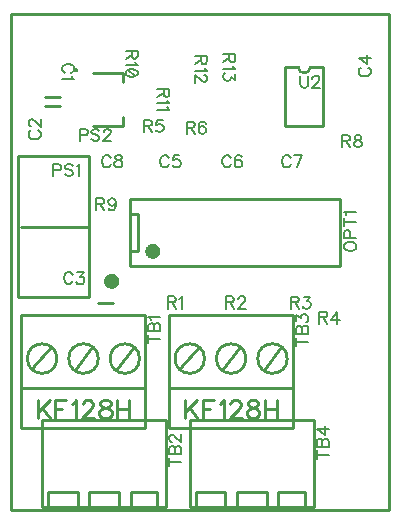
<source format=gbr>
G04 DipTrace 4.0.0.2*
G04 TopSilk.gbr*
%MOIN*%
G04 #@! TF.FileFunction,Legend,Top*
G04 #@! TF.Part,Single*
%ADD10C,0.009843*%
%ADD49C,0.006176*%
%ADD50C,0.009264*%
%FSLAX26Y26*%
G04*
G70*
G90*
G75*
G01*
G04 TopSilk*
%LPD*%
X556774Y1771191D2*
D10*
X505632Y1771189D1*
X505628Y1741211D2*
X556770Y1741212D1*
X734232Y1082656D2*
X683091D1*
X393701Y2047244D2*
Y393701D1*
X1653543D1*
Y2047244D1*
X393701D1*
X1491732Y1206585D2*
Y1431585D1*
X791732D1*
Y1206585D1*
X1491732D1*
X816732Y1256585D2*
Y1381585D1*
X791732D1*
Y1256585D1*
X816732D1*
G36*
X891732D2*
X891518Y1253322D1*
X890880Y1250114D1*
X889829Y1247018D1*
X888383Y1244085D1*
X886566Y1241366D1*
X884410Y1238907D1*
X881952Y1236751D1*
X879233Y1234935D1*
X876300Y1233488D1*
X873203Y1232437D1*
X869996Y1231799D1*
X866733Y1231585D1*
X863470Y1231799D1*
X860263Y1232437D1*
X857166Y1233488D1*
X854233Y1234935D1*
X851514Y1236751D1*
X849056Y1238907D1*
X846900Y1241366D1*
X845083Y1244085D1*
X843637Y1247018D1*
X842585Y1250114D1*
X841947Y1253322D1*
X841734Y1256585D1*
Y1256586D1*
X841947Y1259849D1*
X842585Y1263056D1*
X843637Y1266153D1*
X845083Y1269086D1*
X846900Y1271805D1*
X849056Y1274263D1*
X851514Y1276419D1*
X854233Y1278236D1*
X857166Y1279682D1*
X860263Y1280733D1*
X863470Y1281371D1*
X866733Y1281585D1*
X869996Y1281371D1*
X873203Y1280733D1*
X876300Y1279682D1*
X879233Y1278236D1*
X881952Y1276419D1*
X884410Y1274263D1*
X886566Y1271805D1*
X888383Y1269086D1*
X889829Y1266153D1*
X890880Y1263056D1*
X891518Y1259849D1*
X891732Y1256586D1*
Y1256585D1*
G37*
G36*
X754232Y1156585D2*
X754018Y1153322D1*
X753380Y1150114D1*
X752329Y1147018D1*
X750883Y1144085D1*
X749066Y1141366D1*
X746910Y1138907D1*
X744452Y1136751D1*
X741733Y1134935D1*
X738800Y1133488D1*
X735703Y1132437D1*
X732496Y1131799D1*
X729233Y1131585D1*
X725970Y1131799D1*
X722763Y1132437D1*
X719666Y1133488D1*
X716733Y1134935D1*
X714014Y1136751D1*
X711556Y1138907D1*
X709400Y1141366D1*
X707583Y1144085D1*
X706137Y1147018D1*
X705085Y1150114D1*
X704447Y1153322D1*
X704234Y1156585D1*
Y1156586D1*
X704447Y1159849D1*
X705085Y1163056D1*
X706137Y1166153D1*
X707583Y1169086D1*
X709400Y1171805D1*
X711556Y1174263D1*
X714014Y1176419D1*
X716733Y1178236D1*
X719666Y1179682D1*
X722763Y1180733D1*
X725970Y1181371D1*
X729233Y1181585D1*
X732496Y1181371D1*
X735703Y1180733D1*
X738800Y1179682D1*
X741733Y1178236D1*
X744452Y1176419D1*
X746910Y1174263D1*
X749066Y1171805D1*
X750883Y1169086D1*
X752329Y1166153D1*
X753380Y1163056D1*
X754018Y1159849D1*
X754232Y1156586D1*
Y1156585D1*
G37*
X652756Y1573583D2*
D10*
X417756D1*
Y1103583D1*
X652756D1*
Y1573583D1*
X427766Y1338583D2*
X652756D1*
X668465Y1851033D2*
X766870Y1851036D1*
X766871Y1821495D1*
X766875Y1703410D2*
X766876Y1673869D1*
X668470Y1673867D1*
G36*
X609824Y1852428D2*
X608819Y1852494D1*
X607831Y1852690D1*
X606877Y1853014D1*
X605974Y1853459D1*
X605136Y1854019D1*
X604379Y1854683D1*
X603715Y1855440D1*
X603155Y1856278D1*
X602710Y1857181D1*
X602386Y1858135D1*
X602189Y1859123D1*
X602123Y1860128D1*
X602189Y1861133D1*
X602386Y1862121D1*
X602709Y1863074D1*
X603155Y1863978D1*
X603714Y1864815D1*
X604379Y1865573D1*
X605136Y1866237D1*
X605973Y1866796D1*
X606877Y1867242D1*
X607830Y1867566D1*
X608818Y1867762D1*
X609823Y1867828D1*
X609844D1*
X610849Y1867762D1*
X611837Y1867566D1*
X612791Y1867242D1*
X613694Y1866797D1*
X614532Y1866237D1*
X615289Y1865573D1*
X615953Y1864816D1*
X616513Y1863978D1*
X616958Y1863075D1*
X617282Y1862121D1*
X617479Y1861133D1*
X617545Y1860128D1*
X617479Y1859123D1*
X617282Y1858135D1*
X616959Y1857181D1*
X616513Y1856278D1*
X615954Y1855441D1*
X615289Y1854683D1*
X614532Y1854019D1*
X613695Y1853460D1*
X612791Y1853014D1*
X611838Y1852690D1*
X610850Y1852494D1*
X609845Y1852428D1*
X609824D1*
G37*
X428543Y1044265D2*
D10*
Y666312D1*
X841929D1*
Y1044265D1*
X428543D1*
X586024Y898596D2*
G02X586024Y898596I49213J0D01*
G01*
X448228D2*
G02X448228Y898596I49213J0D01*
G01*
X723819D2*
G02X723819Y898596I49213J0D01*
G01*
X467913Y869068D2*
X526969Y937966D1*
X605709Y859226D2*
X664764Y937966D1*
X743504Y859226D2*
X802559Y937966D1*
X428543Y800171D2*
X841929D1*
X497441Y693871D2*
Y402533D1*
X910827D1*
Y693871D1*
X497441D1*
X517126Y453714D2*
Y404501D1*
X615551D1*
Y453714D1*
X517126D1*
X654921D2*
Y404501D1*
X753346D1*
Y453714D1*
X654921D1*
X792717D2*
Y404501D1*
X881299D1*
Y453714D1*
X792717D1*
X920669Y1044265D2*
Y666312D1*
X1334055D1*
Y1044265D1*
X920669D1*
X1078150Y898596D2*
G02X1078150Y898596I49213J0D01*
G01*
X940354D2*
G02X940354Y898596I49213J0D01*
G01*
X1215945D2*
G02X1215945Y898596I49213J0D01*
G01*
X960039Y869068D2*
X1019094Y937966D1*
X1097835Y859226D2*
X1156890Y937966D1*
X1235630Y859226D2*
X1294685Y937966D1*
X920669Y800171D2*
X1334055D1*
X989567Y693871D2*
Y402533D1*
X1402953D1*
Y693871D1*
X989567D1*
X1009252Y453714D2*
Y404501D1*
X1107677D1*
Y453714D1*
X1009252D1*
X1147047D2*
Y404501D1*
X1245472D1*
Y453714D1*
X1147047D1*
X1284843D2*
Y404501D1*
X1373425D1*
Y453714D1*
X1284843D1*
X1308423Y1870080D2*
Y1673227D1*
X1434391Y1870080D2*
Y1673227D1*
X1308423D2*
X1434391D1*
X1308423Y1870080D2*
X1351719D1*
X1391094D2*
X1434391D1*
X1351719D2*
G03X1391094Y1870080I19688J1D01*
G01*
X594451Y1851193D2*
D49*
X598254Y1853094D1*
X602101Y1856941D1*
X604002Y1860744D1*
X604001Y1868393D1*
X602100Y1872240D1*
X598253Y1876042D1*
X594451Y1877988D1*
X588702Y1879889D1*
X579108Y1879888D1*
X573404Y1877987D1*
X569557Y1876041D1*
X565755Y1872239D1*
X563809Y1868392D1*
X563810Y1860742D1*
X565755Y1856940D1*
X569558Y1853093D1*
X573405Y1851192D1*
X596309Y1838841D2*
X598255Y1834995D1*
X603959Y1829247D1*
X563811Y1829246D1*
X461701Y1658858D2*
X457898Y1656957D1*
X454052Y1653110D1*
X452150Y1649308D1*
X452151Y1641658D1*
X454052Y1637812D1*
X457899Y1634009D1*
X461701Y1632064D1*
X467450Y1630163D1*
X477044D1*
X482748Y1632064D1*
X486595Y1634010D1*
X490397Y1637813D1*
X492343Y1641659D1*
X492342Y1649309D1*
X490397Y1653111D1*
X486594Y1656958D1*
X482747Y1658859D1*
X461745Y1673155D2*
X459843D1*
X455997Y1675056D1*
X454095Y1676958D1*
X452194Y1680804D1*
Y1688454D1*
X454095Y1692256D1*
X455996Y1694158D1*
X459843Y1696103D1*
X463645D1*
X467492Y1694158D1*
X473196Y1690356D1*
X492342Y1671211D1*
X492341Y1698005D1*
X598909Y1177561D2*
X597008Y1181363D1*
X593161Y1185210D1*
X589358Y1187111D1*
X581709D1*
X577862Y1185210D1*
X574060Y1181363D1*
X572114Y1177561D1*
X570213Y1171813D1*
Y1162218D1*
X572114Y1156514D1*
X574060Y1152667D1*
X577862Y1148865D1*
X581709Y1146919D1*
X589358D1*
X593161Y1148865D1*
X597008Y1152667D1*
X598909Y1156514D1*
X615107Y1187067D2*
X636109D1*
X624658Y1171768D1*
X630406D1*
X634208Y1169867D1*
X636109Y1167966D1*
X638055Y1162218D1*
Y1158415D1*
X636109Y1152667D1*
X632307Y1148821D1*
X626559Y1146919D1*
X620811D1*
X615107Y1148821D1*
X613206Y1150766D1*
X611260Y1154569D1*
X1561701Y1868774D2*
X1557899Y1866873D1*
X1554052Y1863026D1*
X1552151Y1859224D1*
Y1851575D1*
X1554052Y1847728D1*
X1557899Y1843925D1*
X1561701Y1841980D1*
X1567449Y1840078D1*
X1577044D1*
X1582748Y1841980D1*
X1586595Y1843925D1*
X1590397Y1847728D1*
X1592343Y1851575D1*
Y1859224D1*
X1590397Y1863026D1*
X1586595Y1866873D1*
X1582748Y1868774D1*
X1592343Y1900271D2*
X1552195D1*
X1578945Y1881126D1*
Y1909822D1*
X919726Y1566793D2*
X917825Y1570596D1*
X913978Y1574442D1*
X910176Y1576344D1*
X902527D1*
X898680Y1574442D1*
X894877Y1570596D1*
X892932Y1566793D1*
X891030Y1561045D1*
Y1551450D1*
X892932Y1545746D1*
X894877Y1541900D1*
X898680Y1538097D1*
X902527Y1536152D1*
X910176D1*
X913978Y1538097D1*
X917825Y1541900D1*
X919726Y1545746D1*
X955026Y1576299D2*
X935925D1*
X934023Y1559099D1*
X935925Y1561001D1*
X941673Y1562946D1*
X947376D1*
X953124Y1561001D1*
X956971Y1557198D1*
X958872Y1551450D1*
Y1547648D1*
X956971Y1541900D1*
X953124Y1538053D1*
X947376Y1536152D1*
X941673D1*
X935925Y1538053D1*
X934023Y1539998D1*
X932078Y1543801D1*
X1126948Y1566793D2*
X1125047Y1570596D1*
X1121200Y1574442D1*
X1117398Y1576344D1*
X1109749D1*
X1105902Y1574442D1*
X1102099Y1570596D1*
X1100154Y1566793D1*
X1098253Y1561045D1*
Y1551450D1*
X1100154Y1545746D1*
X1102099Y1541900D1*
X1105902Y1538097D1*
X1109749Y1536152D1*
X1117398D1*
X1121200Y1538097D1*
X1125047Y1541900D1*
X1126948Y1545746D1*
X1162248Y1570596D2*
X1160347Y1574398D1*
X1154598Y1576299D1*
X1150796D1*
X1145048Y1574398D1*
X1141201Y1568650D1*
X1139300Y1559099D1*
Y1549549D1*
X1141201Y1541900D1*
X1145048Y1538053D1*
X1150796Y1536152D1*
X1152697D1*
X1158401Y1538053D1*
X1162248Y1541900D1*
X1164149Y1547648D1*
Y1549549D1*
X1162248Y1555297D1*
X1158401Y1559099D1*
X1152697Y1561001D1*
X1150796D1*
X1145048Y1559099D1*
X1141201Y1555297D1*
X1139300Y1549549D1*
X1325974Y1566793D2*
X1324073Y1570596D1*
X1320226Y1574442D1*
X1316424Y1576344D1*
X1308775D1*
X1304928Y1574442D1*
X1301125Y1570596D1*
X1299180Y1566793D1*
X1297278Y1561045D1*
Y1551450D1*
X1299180Y1545746D1*
X1301125Y1541900D1*
X1304928Y1538097D1*
X1308775Y1536152D1*
X1316424D1*
X1320226Y1538097D1*
X1324073Y1541900D1*
X1325974Y1545746D1*
X1345975Y1536152D2*
X1365120Y1576299D1*
X1338326D1*
X725998Y1566794D2*
X724097Y1570597D1*
X720250Y1574444D1*
X716447Y1576345D1*
X708798D1*
X704951Y1574444D1*
X701149Y1570597D1*
X699203Y1566794D1*
X697302Y1561046D1*
Y1551451D1*
X699203Y1545748D1*
X701149Y1541901D1*
X704951Y1538098D1*
X708798Y1536153D1*
X716447D1*
X720250Y1538098D1*
X724097Y1541901D1*
X725998Y1545748D1*
X747900Y1576301D2*
X742196Y1574399D1*
X740251Y1570597D1*
Y1566750D1*
X742196Y1562948D1*
X745999Y1561002D1*
X753648Y1559101D1*
X759396Y1557199D1*
X763198Y1553353D1*
X765100Y1549550D1*
Y1543802D1*
X763198Y1540000D1*
X761297Y1538054D1*
X755549Y1536153D1*
X747900D1*
X742196Y1538054D1*
X740251Y1540000D1*
X738349Y1543802D1*
Y1549550D1*
X740251Y1553353D1*
X744097Y1557199D1*
X749801Y1559101D1*
X757450Y1561002D1*
X761297Y1562948D1*
X763198Y1566750D1*
Y1570597D1*
X761297Y1574399D1*
X755549Y1576301D1*
X747900D1*
X1504168Y1268657D2*
X1506070Y1264810D1*
X1509916Y1261008D1*
X1513719Y1259062D1*
X1519467Y1257161D1*
X1529062D1*
X1534765Y1259062D1*
X1538612Y1261008D1*
X1542415Y1264810D1*
X1544360Y1268657D1*
Y1276306D1*
X1542415Y1280109D1*
X1538612Y1283956D1*
X1534765Y1285857D1*
X1529062Y1287758D1*
X1519467D1*
X1513719Y1285857D1*
X1509916Y1283956D1*
X1506070Y1280109D1*
X1504168Y1276306D1*
Y1268657D1*
X1525215Y1300110D2*
Y1317354D1*
X1523314Y1323057D1*
X1521368Y1325003D1*
X1517566Y1326904D1*
X1511818D1*
X1508015Y1325003D1*
X1506070Y1323057D1*
X1504168Y1317354D1*
Y1300110D1*
X1544360D1*
X1504168Y1352653D2*
X1544360D1*
X1504168Y1339256D2*
Y1366050D1*
X1511862Y1378402D2*
X1509916Y1382248D1*
X1504212Y1387997D1*
X1544360D1*
X533812Y1526114D2*
X551057D1*
X556760Y1528016D1*
X558706Y1529961D1*
X560607Y1533764D1*
Y1539512D1*
X558706Y1543314D1*
X556760Y1545260D1*
X551057Y1547161D1*
X533812D1*
Y1506969D1*
X599753Y1541413D2*
X595951Y1545260D1*
X590203Y1547161D1*
X582553D1*
X576805Y1545260D1*
X572959Y1541413D1*
Y1537611D1*
X574904Y1533764D1*
X576805Y1531863D1*
X580608Y1529961D1*
X592104Y1526114D1*
X595951Y1524213D1*
X597852Y1522268D1*
X599753Y1518465D1*
Y1512717D1*
X595951Y1508915D1*
X590203Y1506969D1*
X582553D1*
X576805Y1508915D1*
X572959Y1512717D1*
X612105Y1539468D2*
X615951Y1541413D1*
X621699Y1547117D1*
Y1506969D1*
X622403Y1642862D2*
X639647D1*
X645350Y1644764D1*
X647296Y1646709D1*
X649197Y1650512D1*
Y1656260D1*
X647296Y1660062D1*
X645350Y1662008D1*
X639646Y1663909D1*
X622402Y1663908D1*
X622403Y1623716D1*
X688343Y1658162D2*
X684540Y1662009D1*
X678792Y1663910D1*
X671143D1*
X665395Y1662008D1*
X661548Y1658161D1*
Y1654359D1*
X663494Y1650512D1*
X665395Y1648611D1*
X669198Y1646710D1*
X680694Y1642863D1*
X684541Y1640962D1*
X686442Y1639017D1*
X688344Y1635214D1*
Y1629466D1*
X684541Y1625664D1*
X678793Y1623718D1*
X671144D1*
X665396Y1625663D1*
X661549Y1629465D1*
X702640Y1654316D2*
Y1656217D1*
X704541Y1660064D1*
X706442Y1661965D1*
X710289Y1663867D1*
X717938D1*
X721741Y1661966D1*
X723642Y1660064D1*
X725588Y1656218D1*
Y1652415D1*
X723642Y1648568D1*
X719840Y1642864D1*
X700695Y1623718D1*
X727490Y1623719D1*
X915836Y1086403D2*
X933035D1*
X938784Y1088348D1*
X940729Y1090250D1*
X942630Y1094052D1*
Y1097899D1*
X940729Y1101702D1*
X938784Y1103647D1*
X933035Y1105548D1*
X915836D1*
Y1065356D1*
X929233Y1086403D2*
X942630Y1065356D1*
X954982Y1097855D2*
X958828Y1099800D1*
X964576Y1105504D1*
Y1065356D1*
X1110335Y1086401D2*
X1127535D1*
X1133283Y1088347D1*
X1135229Y1090248D1*
X1137130Y1094051D1*
Y1097898D1*
X1135228Y1101700D1*
X1133283Y1103646D1*
X1127535Y1105547D1*
X1110335Y1105546D1*
X1110336Y1065354D1*
X1123733Y1086401D2*
X1137131Y1065355D1*
X1151427Y1095953D2*
Y1097854D1*
X1153328Y1101701D1*
X1155229Y1103602D1*
X1159076Y1105504D1*
X1166725D1*
X1170528Y1103603D1*
X1172429Y1101701D1*
X1174374Y1097855D1*
X1174375Y1094052D1*
X1172429Y1090205D1*
X1168627Y1084501D1*
X1149482Y1065355D1*
X1176277Y1065356D1*
X1326872Y1085815D2*
X1344072D1*
X1349820Y1087760D1*
X1351766Y1089662D1*
X1353667Y1093464D1*
Y1097311D1*
X1351766Y1101114D1*
X1349820Y1103059D1*
X1344072Y1104960D1*
X1326872D1*
Y1064768D1*
X1340269Y1085815D2*
X1353667Y1064768D1*
X1369865Y1104916D2*
X1390867D1*
X1379416Y1089618D1*
X1385164D1*
X1388966Y1087716D1*
X1390867Y1085815D1*
X1392813Y1080067D1*
Y1076264D1*
X1390867Y1070516D1*
X1387065Y1066670D1*
X1381317Y1064768D1*
X1375569D1*
X1369865Y1066670D1*
X1367964Y1068615D1*
X1366018Y1072418D1*
X1421836Y1035815D2*
X1439036D1*
X1444784Y1037760D1*
X1446730Y1039662D1*
X1448631Y1043464D1*
Y1047311D1*
X1446730Y1051114D1*
X1444784Y1053059D1*
X1439036Y1054960D1*
X1421836D1*
Y1014768D1*
X1435234Y1035815D2*
X1448631Y1014768D1*
X1480128D2*
Y1054916D1*
X1460982Y1028166D1*
X1489678D1*
X837553Y1674776D2*
X854753D1*
X860501Y1676721D1*
X862447Y1678622D1*
X864348Y1682425D1*
Y1686272D1*
X862447Y1690074D1*
X860501Y1692020D1*
X854753Y1693921D1*
X837553D1*
Y1653729D1*
X850951Y1674776D2*
X864348Y1653729D1*
X899647Y1693877D2*
X880546D1*
X878645Y1676677D1*
X880546Y1678578D1*
X886294Y1680524D1*
X891998D1*
X897746Y1678578D1*
X901593Y1674776D1*
X903494Y1669028D1*
Y1665225D1*
X901593Y1659477D1*
X897746Y1655630D1*
X891998Y1653729D1*
X886294D1*
X880546Y1655630D1*
X878645Y1657576D1*
X876699Y1661378D1*
X980059Y1668525D2*
X997259D1*
X1003007Y1670470D1*
X1004952Y1672372D1*
X1006853Y1676174D1*
Y1680021D1*
X1004952Y1683824D1*
X1003007Y1685769D1*
X997259Y1687670D1*
X980059D1*
Y1647478D1*
X993456Y1668525D2*
X1006853Y1647478D1*
X1042153Y1681922D2*
X1040252Y1685725D1*
X1034503Y1687626D1*
X1030701D1*
X1024953Y1685725D1*
X1021106Y1679977D1*
X1019205Y1670426D1*
Y1660876D1*
X1021106Y1653226D1*
X1024953Y1649380D1*
X1030701Y1647478D1*
X1032602D1*
X1038306Y1649380D1*
X1042153Y1653226D1*
X1044054Y1658974D1*
Y1660876D1*
X1042153Y1666624D1*
X1038306Y1670426D1*
X1032602Y1672328D1*
X1030701D1*
X1024953Y1670426D1*
X1021106Y1666624D1*
X1019205Y1660876D1*
X1497809Y1624777D2*
X1515009D1*
X1520757Y1626722D1*
X1522702Y1628624D1*
X1524604Y1632426D1*
Y1636273D1*
X1522702Y1640076D1*
X1520757Y1642021D1*
X1515009Y1643922D1*
X1497809D1*
Y1603730D1*
X1511206Y1624777D2*
X1524604Y1603730D1*
X1546506Y1643878D2*
X1540802Y1641977D1*
X1538856Y1638174D1*
Y1634328D1*
X1540802Y1630525D1*
X1544604Y1628579D1*
X1552254Y1626678D1*
X1558002Y1624777D1*
X1561804Y1620930D1*
X1563705Y1617128D1*
Y1611380D1*
X1561804Y1607577D1*
X1559903Y1605632D1*
X1554155Y1603730D1*
X1546506D1*
X1540802Y1605632D1*
X1538856Y1607577D1*
X1536955Y1611380D1*
Y1617128D1*
X1538856Y1620930D1*
X1542703Y1624777D1*
X1548407Y1626678D1*
X1556056Y1628579D1*
X1559903Y1630525D1*
X1561804Y1634328D1*
Y1638174D1*
X1559903Y1641977D1*
X1554155Y1643878D1*
X1546506D1*
X678363Y1414580D2*
X695563D1*
X701311Y1416526D1*
X703257Y1418427D1*
X705158Y1422229D1*
Y1426076D1*
X703257Y1429879D1*
X701311Y1431824D1*
X695563Y1433725D1*
X678363D1*
Y1393533D1*
X691761Y1414580D2*
X705158Y1393533D1*
X742403Y1420328D2*
X740457Y1414580D1*
X736655Y1410733D1*
X730907Y1408832D1*
X729006D1*
X723258Y1410733D1*
X719455Y1414580D1*
X717510Y1420328D1*
Y1422229D1*
X719455Y1427977D1*
X723258Y1431780D1*
X729006Y1433681D1*
X730907D1*
X736655Y1431780D1*
X740457Y1427977D1*
X742403Y1420328D1*
Y1410733D1*
X740457Y1401183D1*
X736655Y1395435D1*
X730907Y1393533D1*
X727104D1*
X721356Y1395435D1*
X719455Y1399281D1*
X796568Y1925144D2*
Y1907944D1*
X798514Y1902196D1*
X800415Y1900251D1*
X804218Y1898350D1*
X808064D1*
X811867Y1900251D1*
X813812Y1902196D1*
X815714Y1907944D1*
Y1925144D1*
X775522D1*
X796568Y1911747D2*
X775522Y1898350D1*
X808020Y1885998D2*
X809966Y1882151D1*
X815669Y1876403D1*
X775522D1*
X815669Y1852556D2*
X813768Y1858304D1*
X808020Y1862151D1*
X798470Y1864052D1*
X792722D1*
X783171Y1862151D1*
X777423Y1858304D1*
X775522Y1852556D1*
Y1848753D1*
X777423Y1843005D1*
X783171Y1839203D1*
X792722Y1837257D1*
X798470D1*
X808020Y1839203D1*
X813768Y1843005D1*
X815669Y1848753D1*
Y1852556D1*
X808020Y1839203D2*
X783171Y1862151D1*
X902819Y1797795D2*
Y1780595D1*
X904764Y1774847D1*
X906666Y1772902D1*
X910468Y1771000D1*
X914315D1*
X918118Y1772902D1*
X920063Y1774847D1*
X921964Y1780595D1*
Y1797795D1*
X881772D1*
X902819Y1784398D2*
X881772Y1771000D1*
X914271Y1758649D2*
X916216Y1754802D1*
X921920Y1749054D1*
X881772D1*
X914271Y1736703D2*
X916216Y1732856D1*
X921920Y1727108D1*
X881772D1*
X1027818Y1906395D2*
Y1889195D1*
X1029763Y1883447D1*
X1031664Y1881502D1*
X1035467Y1879600D1*
X1039314D1*
X1043116Y1881502D1*
X1045062Y1883447D1*
X1046963Y1889195D1*
Y1906395D1*
X1006771D1*
X1027818Y1892998D2*
X1006771Y1879600D1*
X1039269Y1867249D2*
X1041215Y1863402D1*
X1046919Y1857654D1*
X1006771D1*
X1037368Y1843357D2*
X1039269D1*
X1043116Y1841456D1*
X1045017Y1839555D1*
X1046919Y1835708D1*
Y1828059D1*
X1045017Y1824256D1*
X1043116Y1822355D1*
X1039269Y1820409D1*
X1035467D1*
X1031620Y1822355D1*
X1025916Y1826157D1*
X1006771Y1845303D1*
Y1818508D1*
X1121568Y1912646D2*
Y1895446D1*
X1123514Y1889698D1*
X1125415Y1887752D1*
X1129218Y1885851D1*
X1133064D1*
X1136867Y1887752D1*
X1138812Y1889698D1*
X1140714Y1895446D1*
Y1912646D1*
X1100522D1*
X1121568Y1899248D2*
X1100522Y1885851D1*
X1133020Y1873499D2*
X1134966Y1869653D1*
X1140669Y1863905D1*
X1100522D1*
X1140669Y1847707D2*
Y1826704D1*
X1125371Y1838156D1*
Y1832408D1*
X1123470Y1828605D1*
X1121568Y1826704D1*
X1115820Y1824759D1*
X1112018D1*
X1106270Y1826704D1*
X1102423Y1830507D1*
X1100522Y1836255D1*
Y1842003D1*
X1102423Y1847707D1*
X1104368Y1849608D1*
X1108171Y1851553D1*
X482388Y760135D2*
D50*
Y699847D1*
X522580Y760135D2*
X482388Y719943D1*
X496714Y734335D2*
X522580Y699847D1*
X578447Y760135D2*
X541107D1*
Y699847D1*
Y731417D2*
X564055D1*
X596974Y748595D2*
X602744Y751513D1*
X611366Y760069D1*
Y699847D1*
X632811Y745743D2*
Y748595D1*
X635663Y754365D1*
X638515Y757217D1*
X644285Y760069D1*
X655759D1*
X661463Y757217D1*
X664315Y754365D1*
X667233Y748595D1*
Y742891D1*
X664315Y737121D1*
X658611Y728565D1*
X629893Y699847D1*
X670085D1*
X702938Y760069D2*
X694382Y757217D1*
X691464Y751513D1*
Y745743D1*
X694382Y740039D1*
X700086Y737121D1*
X711560Y734269D1*
X720182Y731417D1*
X725886Y725647D1*
X728738Y719943D1*
Y711321D1*
X725886Y705617D1*
X723034Y702699D1*
X714412Y699847D1*
X702938D1*
X694382Y702699D1*
X691464Y705617D1*
X688612Y711321D1*
Y719943D1*
X691464Y725647D1*
X697234Y731417D1*
X705790Y734269D1*
X717264Y737121D1*
X723034Y740039D1*
X725886Y745743D1*
Y751513D1*
X723034Y757217D1*
X714412Y760069D1*
X702938D1*
X747265Y760135D2*
Y699847D1*
X787457Y760135D2*
Y699847D1*
X747265Y731417D2*
X787457D1*
X851658Y963719D2*
D49*
X891850D1*
X851658Y950322D2*
Y977116D1*
Y989468D2*
X891850D1*
Y1006712D1*
X889904Y1012460D1*
X888003Y1014361D1*
X884200Y1016262D1*
X878452D1*
X874606Y1014361D1*
X872704Y1012460D1*
X870803Y1006712D1*
X868858Y1012460D1*
X866956Y1014361D1*
X863154Y1016262D1*
X859307D1*
X855505Y1014361D1*
X853559Y1012460D1*
X851658Y1006712D1*
Y989468D1*
X870803D2*
Y1006712D1*
X859351Y1028614D2*
X857406Y1032461D1*
X851702Y1038209D1*
X891850D1*
X920555Y554725D2*
X960747D1*
X920555Y541328D2*
Y568123D1*
Y580474D2*
X960747D1*
Y597718D1*
X958802Y603466D1*
X956901Y605367D1*
X953098Y607269D1*
X947350D1*
X943503Y605367D1*
X941602Y603466D1*
X939701Y597718D1*
X937755Y603466D1*
X935854Y605367D1*
X932051Y607269D1*
X928205D1*
X924402Y605367D1*
X922457Y603466D1*
X920555Y597718D1*
Y580474D1*
X939701D2*
Y597718D1*
X930150Y621566D2*
X928249D1*
X924402Y623467D1*
X922501Y625368D1*
X920600Y629215D1*
Y636864D1*
X922501Y640667D1*
X924402Y642568D1*
X928249Y644514D1*
X932051D1*
X935898Y642568D1*
X941602Y638765D1*
X960747Y619620D1*
Y646415D1*
X974514Y760135D2*
D50*
Y699847D1*
X1014706Y760135D2*
X974514Y719943D1*
X988840Y734335D2*
X1014706Y699847D1*
X1070573Y760135D2*
X1033233D1*
Y699847D1*
Y731417D2*
X1056181D1*
X1089100Y748595D2*
X1094870Y751513D1*
X1103492Y760069D1*
Y699847D1*
X1124937Y745743D2*
Y748595D1*
X1127789Y754365D1*
X1130641Y757217D1*
X1136411Y760069D1*
X1147885D1*
X1153589Y757217D1*
X1156441Y754365D1*
X1159359Y748595D1*
Y742891D1*
X1156441Y737121D1*
X1150737Y728565D1*
X1122019Y699847D1*
X1162211D1*
X1195064Y760069D2*
X1186508Y757217D1*
X1183590Y751513D1*
Y745743D1*
X1186508Y740039D1*
X1192212Y737121D1*
X1203686Y734269D1*
X1212308Y731417D1*
X1218012Y725647D1*
X1220864Y719943D1*
Y711321D1*
X1218012Y705617D1*
X1215160Y702699D1*
X1206538Y699847D1*
X1195064D1*
X1186508Y702699D1*
X1183590Y705617D1*
X1180738Y711321D1*
Y719943D1*
X1183590Y725647D1*
X1189360Y731417D1*
X1197916Y734269D1*
X1209390Y737121D1*
X1215160Y740039D1*
X1218012Y745743D1*
Y751513D1*
X1215160Y757217D1*
X1206538Y760069D1*
X1195064D1*
X1239391Y760135D2*
Y699847D1*
X1279583Y760135D2*
Y699847D1*
X1239391Y731417D2*
X1279583D1*
X1343784Y955119D2*
D49*
X1383976D1*
X1343784Y941722D2*
Y968516D1*
Y980868D2*
X1383976D1*
Y998112D1*
X1382030Y1003860D1*
X1380129Y1005761D1*
X1376326Y1007662D1*
X1370578D1*
X1366732Y1005761D1*
X1364830Y1003860D1*
X1362929Y998112D1*
X1360984Y1003860D1*
X1359082Y1005761D1*
X1355280Y1007662D1*
X1351433D1*
X1347631Y1005761D1*
X1345685Y1003860D1*
X1343784Y998112D1*
Y980868D1*
X1362929D2*
Y998112D1*
X1343828Y1023861D2*
Y1044863D1*
X1359127Y1033411D1*
Y1039159D1*
X1361028Y1042962D1*
X1362929Y1044863D1*
X1368677Y1046808D1*
X1372480D1*
X1378228Y1044863D1*
X1382074Y1041060D1*
X1383976Y1035312D1*
Y1029564D1*
X1382074Y1023861D1*
X1380129Y1021959D1*
X1376326Y1020014D1*
X1412681Y578775D2*
X1452873D1*
X1412681Y565377D2*
Y592172D1*
Y604523D2*
X1452873D1*
Y621768D1*
X1450928Y627516D1*
X1449027Y629417D1*
X1445224Y631318D1*
X1439476D1*
X1435629Y629417D1*
X1433728Y627516D1*
X1431827Y621768D1*
X1429881Y627516D1*
X1427980Y629417D1*
X1424177Y631318D1*
X1420331D1*
X1416528Y629417D1*
X1414583Y627516D1*
X1412681Y621768D1*
Y604523D1*
X1431827D2*
Y621768D1*
X1452873Y662815D2*
X1412726D1*
X1439476Y643669D1*
Y672365D1*
X1357186Y1841159D2*
Y1812463D1*
X1359087Y1806715D1*
X1362934Y1802912D1*
X1368682Y1800967D1*
X1372484D1*
X1378232Y1802912D1*
X1382079Y1806715D1*
X1383980Y1812463D1*
Y1841159D1*
X1398277Y1831564D2*
Y1833465D1*
X1400179Y1837312D1*
X1402080Y1839213D1*
X1405927Y1841114D1*
X1413576D1*
X1417379Y1839213D1*
X1419280Y1837312D1*
X1421225Y1833465D1*
Y1829662D1*
X1419280Y1825816D1*
X1415477Y1820112D1*
X1396332Y1800967D1*
X1423127D1*
M02*

</source>
